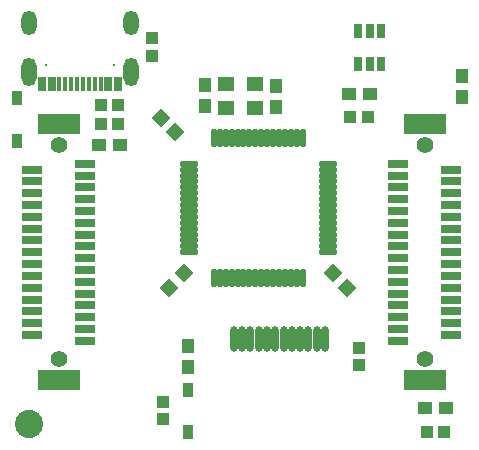
<source format=gbs>
G04*
G04 #@! TF.GenerationSoftware,Altium Limited,Altium Designer,22.0.2 (36)*
G04*
G04 Layer_Color=16711935*
%FSLAX25Y25*%
%MOIN*%
G70*
G04*
G04 #@! TF.SameCoordinates,A8AB103B-E7CB-45E0-896D-D1B8D88E5F6C*
G04*
G04*
G04 #@! TF.FilePolarity,Negative*
G04*
G01*
G75*
%ADD27R,0.04600X0.04300*%
%ADD31R,0.03950X0.04147*%
%ADD32R,0.04300X0.04600*%
%ADD36O,0.05120X0.08270*%
%ADD37O,0.05120X0.09460*%
%ADD38C,0.00800*%
%ADD39C,0.05600*%
%ADD40C,0.09400*%
%ADD63R,0.05524X0.04737*%
G04:AMPARAMS|DCode=64|XSize=46mil|YSize=43mil|CornerRadius=0mil|HoleSize=0mil|Usage=FLASHONLY|Rotation=135.000|XOffset=0mil|YOffset=0mil|HoleType=Round|Shape=Rectangle|*
%AMROTATEDRECTD64*
4,1,4,0.03147,-0.00106,0.00106,-0.03147,-0.03147,0.00106,-0.00106,0.03147,0.03147,-0.00106,0.0*
%
%ADD64ROTATEDRECTD64*%

%ADD65R,0.02572X0.04737*%
G04:AMPARAMS|DCode=66|XSize=46mil|YSize=43mil|CornerRadius=0mil|HoleSize=0mil|Usage=FLASHONLY|Rotation=45.000|XOffset=0mil|YOffset=0mil|HoleType=Round|Shape=Rectangle|*
%AMROTATEDRECTD66*
4,1,4,-0.00106,-0.03147,-0.03147,-0.00106,0.00106,0.03147,0.03147,0.00106,-0.00106,-0.03147,0.0*
%
%ADD66ROTATEDRECTD66*%

%ADD67R,0.04147X0.03950*%
%ADD68R,0.03753X0.04737*%
%ADD69O,0.06312X0.01981*%
%ADD70O,0.01981X0.06312*%
%ADD71R,0.01574X0.04924*%
%ADD72R,0.02754X0.04924*%
%ADD73R,0.14186X0.06706*%
%ADD74R,0.06706X0.03162*%
%ADD75O,0.02375X0.08674*%
D27*
X356800Y353700D02*
D03*
X349900D02*
D03*
X433100Y370500D02*
D03*
X440000D02*
D03*
X458500Y266000D02*
D03*
X465400D02*
D03*
D31*
X439374Y363000D02*
D03*
X433626D02*
D03*
X464874Y258000D02*
D03*
X459126D02*
D03*
X350358Y366753D02*
D03*
X356106D02*
D03*
X350500Y360500D02*
D03*
X356248D02*
D03*
D32*
X408726Y366271D02*
D03*
Y373171D02*
D03*
X385000Y366600D02*
D03*
Y373500D02*
D03*
X470732Y376526D02*
D03*
Y369626D02*
D03*
X379500Y279600D02*
D03*
Y286500D02*
D03*
D36*
X326500Y394358D02*
D03*
X360520D02*
D03*
D37*
Y378028D02*
D03*
X326500D02*
D03*
D38*
X332134Y380116D02*
D03*
X354889D02*
D03*
D39*
X458390Y282154D02*
D03*
Y353414D02*
D03*
X336343D02*
D03*
Y282154D02*
D03*
D40*
X326500Y260500D02*
D03*
D63*
X401710Y373745D02*
D03*
X392261Y365871D02*
D03*
Y373745D02*
D03*
X401710Y365871D02*
D03*
D64*
X375300Y357800D02*
D03*
X370421Y362679D02*
D03*
X427655Y310819D02*
D03*
X432534Y305940D02*
D03*
D65*
X436278Y391458D02*
D03*
X440018D02*
D03*
X443758D02*
D03*
X443758Y380458D02*
D03*
X440018Y380458D02*
D03*
X436278Y380458D02*
D03*
D66*
X373248Y305940D02*
D03*
X378127Y310819D02*
D03*
D67*
X436500Y280126D02*
D03*
Y285874D02*
D03*
X371000Y268000D02*
D03*
Y262252D02*
D03*
X367500Y389074D02*
D03*
Y383326D02*
D03*
D68*
X379500Y272000D02*
D03*
Y257827D02*
D03*
X322500Y369173D02*
D03*
Y355000D02*
D03*
D69*
X379662Y347311D02*
D03*
Y345342D02*
D03*
Y343374D02*
D03*
Y341405D02*
D03*
Y339437D02*
D03*
Y337468D02*
D03*
Y335500D02*
D03*
Y333531D02*
D03*
Y331563D02*
D03*
Y329594D02*
D03*
Y327626D02*
D03*
Y325657D02*
D03*
Y323689D02*
D03*
Y321720D02*
D03*
Y319752D02*
D03*
Y317783D02*
D03*
X426119D02*
D03*
Y319752D02*
D03*
Y321720D02*
D03*
Y323689D02*
D03*
Y325657D02*
D03*
Y327626D02*
D03*
Y329594D02*
D03*
Y331563D02*
D03*
Y333531D02*
D03*
Y335500D02*
D03*
Y337468D02*
D03*
Y339437D02*
D03*
Y341405D02*
D03*
Y343374D02*
D03*
X426119Y345342D02*
D03*
Y347311D02*
D03*
D70*
X388127Y309319D02*
D03*
X390096D02*
D03*
X392064D02*
D03*
X394033D02*
D03*
X396001D02*
D03*
X397970D02*
D03*
X399938D02*
D03*
X401907D02*
D03*
X403875D02*
D03*
X405844D02*
D03*
X407812D02*
D03*
X409781D02*
D03*
X411749Y309319D02*
D03*
X413718D02*
D03*
X415686D02*
D03*
X417655D02*
D03*
Y355775D02*
D03*
X415686D02*
D03*
X413718D02*
D03*
X411749D02*
D03*
X409781D02*
D03*
X407812D02*
D03*
X405844D02*
D03*
X403875D02*
D03*
X401907D02*
D03*
X399938D02*
D03*
X397970D02*
D03*
X396001D02*
D03*
X394033D02*
D03*
X392064D02*
D03*
X390096D02*
D03*
X388127D02*
D03*
D71*
X336620Y373878D02*
D03*
X338590Y373868D02*
D03*
X340560Y373878D02*
D03*
X342530Y373878D02*
D03*
X344490Y373878D02*
D03*
X346460D02*
D03*
X348430Y373878D02*
D03*
X350400D02*
D03*
D72*
X330910Y373888D02*
D03*
X334060D02*
D03*
X352960Y373878D02*
D03*
X356110Y373878D02*
D03*
D73*
X458390Y275066D02*
D03*
Y360500D02*
D03*
X336343Y360501D02*
D03*
X336343Y275067D02*
D03*
D74*
X449531Y347311D02*
D03*
X467248Y345342D02*
D03*
X449531Y343374D02*
D03*
X467248Y341405D02*
D03*
X449531Y339437D02*
D03*
X467248Y337468D02*
D03*
X449531Y335500D02*
D03*
X467248Y333531D02*
D03*
X449531Y331563D02*
D03*
X467248Y329594D02*
D03*
X449531Y327626D02*
D03*
X467248Y325657D02*
D03*
X449531Y323689D02*
D03*
X467248Y321720D02*
D03*
X449531Y319752D02*
D03*
X467248Y317783D02*
D03*
X449531Y315814D02*
D03*
X467248Y313846D02*
D03*
X449531Y311877D02*
D03*
X467248Y309909D02*
D03*
X449531Y307941D02*
D03*
X467248Y305972D02*
D03*
X449531Y304004D02*
D03*
X467248Y302035D02*
D03*
X449531Y300066D02*
D03*
X467248Y298098D02*
D03*
X449531Y296129D02*
D03*
X467248Y294161D02*
D03*
X449531Y292193D02*
D03*
X467248Y290224D02*
D03*
X449531Y288256D02*
D03*
X345201Y288256D02*
D03*
X327485Y290225D02*
D03*
X345201Y292193D02*
D03*
X327485Y294162D02*
D03*
X345201Y296130D02*
D03*
X327485Y298099D02*
D03*
X345201Y300067D02*
D03*
X327485Y302036D02*
D03*
X345201Y304004D02*
D03*
X327485Y305973D02*
D03*
X345201Y307941D02*
D03*
X327485Y309910D02*
D03*
X345201Y311878D02*
D03*
X327485Y313847D02*
D03*
X345201Y315815D02*
D03*
X327485Y317784D02*
D03*
X345201Y319753D02*
D03*
X327485Y321721D02*
D03*
X345201Y323690D02*
D03*
X327485Y325658D02*
D03*
X345201Y327626D02*
D03*
X327485Y329595D02*
D03*
X345201Y331563D02*
D03*
X327485Y333532D02*
D03*
X345201Y335501D02*
D03*
X327485Y337469D02*
D03*
X345201Y339438D02*
D03*
X327485Y341406D02*
D03*
X345201Y343374D02*
D03*
X327485Y345343D02*
D03*
X345201Y347311D02*
D03*
D75*
X422350Y288964D02*
D03*
X419594D02*
D03*
X411327D02*
D03*
X414083D02*
D03*
X403059D02*
D03*
X405815D02*
D03*
X394791D02*
D03*
X397547D02*
D03*
X425106D02*
D03*
X416839D02*
D03*
X400303D02*
D03*
X408571D02*
D03*
M02*

</source>
